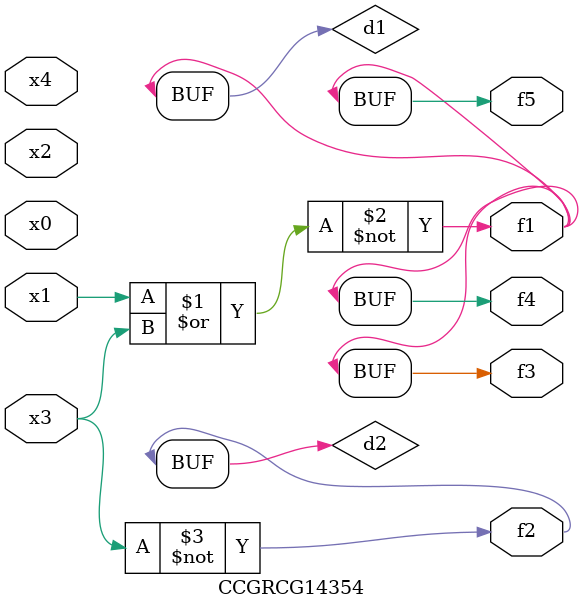
<source format=v>
module CCGRCG14354(
	input x0, x1, x2, x3, x4,
	output f1, f2, f3, f4, f5
);

	wire d1, d2;

	nor (d1, x1, x3);
	not (d2, x3);
	assign f1 = d1;
	assign f2 = d2;
	assign f3 = d1;
	assign f4 = d1;
	assign f5 = d1;
endmodule

</source>
